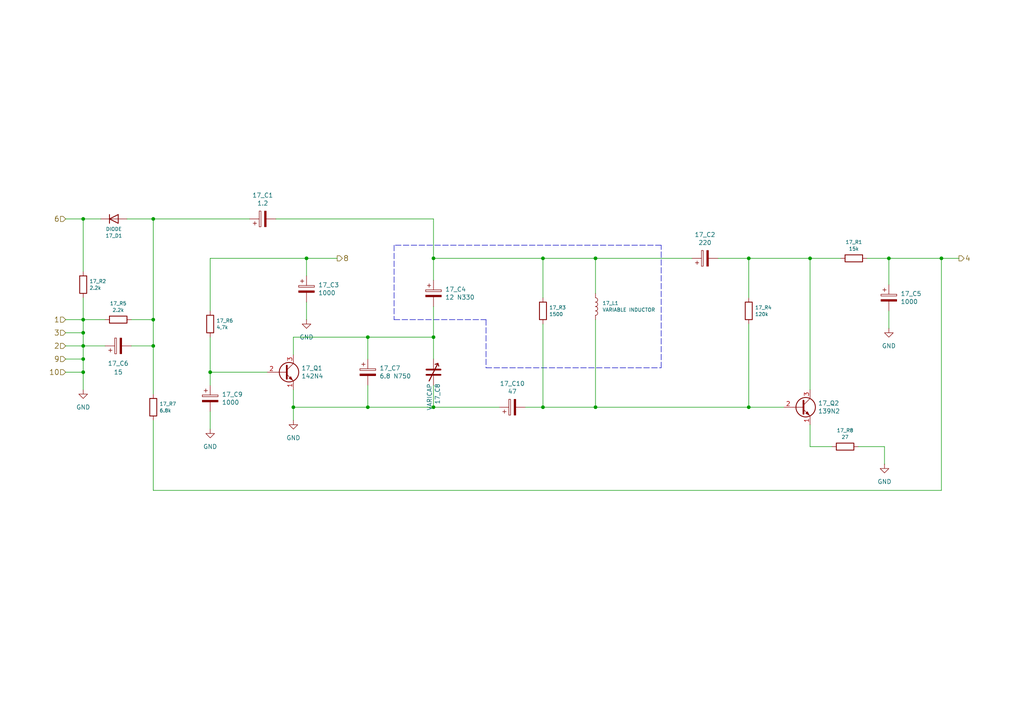
<source format=kicad_sch>
(kicad_sch (version 20250114) (generator "eeschema") (generator_version "9.0")
  (paper "A4")
  (lib_symbols
    (symbol "Device:C_Polarized" (pin_numbers (hide yes)) (pin_names (offset 0.254))
      (property "Reference" "C" (at 0.635 2.54 0))
      (property "Value" "C_Polarized" (at 0.635 -2.54 0))
      (symbol "C_Polarized_0_1"
        (rectangle (start -2.286 0.508) (end 2.286 1.016))
        (polyline (pts (xy -1.778 2.286) (xy -0.762 2.286)))
        (polyline (pts (xy -1.27 2.794) (xy -1.27 1.778)))
        (rectangle (start 2.286 -0.508) (end -2.286 -1.016) (fill (type outline)))
      )
      (symbol "C_Polarized_1_1"
        (pin passive line (at 0 3.81 270) (length 2.794) (name "~") (number "1"))
        (pin passive line (at 0 -3.81 90) (length 2.794) (name "~") (number "2"))
      )
    )
    (symbol "Device:C_Variable" (pin_numbers (hide yes)) (pin_names (offset 0.254) (hide yes))
      (property "Reference" "C" (at 0.635 -1.905 0))
      (property "Value" "C_Variable" (at 0.635 -3.81 0))
      (symbol "C_Variable_0_1"
        (polyline (pts (xy -2.032 0.762) (xy 2.032 0.762)) (stroke (width 0.508)))
        (polyline (pts (xy -2.032 -0.762) (xy 2.032 -0.762)) (stroke (width 0.508)))
        (polyline (pts (xy 1.27 2.54) (xy -1.27 -2.54)) (stroke (width 0.3048)))
        (polyline (pts (xy 1.27 2.54) (xy 0.508 2.286)) (stroke (width 0.3048)))
        (polyline (pts (xy 1.27 2.54) (xy 1.524 1.778)) (stroke (width 0.3048)))
      )
      (symbol "C_Variable_1_1"
        (pin passive line (at 0 3.81 270) (length 3.048) (name "~") (number "1"))
        (pin passive line (at 0 -3.81 90) (length 3.048) (name "~") (number "2"))
      )
    )
    (symbol "Device:D" (pin_numbers (hide yes)) (pin_names (offset 1.016) (hide yes))
      (property "Reference" "D" (at 0 2.54 0))
      (property "Value" "D" (at 0 -2.54 0))
      (symbol "D_0_1"
        (polyline (pts (xy -1.27 1.27) (xy -1.27 -1.27)) (stroke (width 0.254)))
        (polyline (pts (xy 1.27 1.27) (xy 1.27 -1.27) (xy -1.27 0) (xy 1.27 1.27)) (stroke (width 0.254)))
        (polyline (pts (xy 1.27 0) (xy -1.27 0)))
      )
      (symbol "D_1_1"
        (pin passive line (at -3.81 0 0) (length 2.54) (name "K") (number "1"))
        (pin passive line (at 3.81 0 180) (length 2.54) (name "A") (number "2"))
      )
    )
    (symbol "Device:L" (pin_numbers (hide yes)) (pin_names (offset 1.016) (hide yes))
      (property "Reference" "L" (at -1.27 0 90))
      (property "Value" "L" (at 1.905 0 90))
      (symbol "L_0_1"
        (arc (start 0 2.54) (mid 0.6323 1.905) (end 0 1.27))
        (arc (start 0 1.27) (mid 0.6323 0.635) (end 0 0))
        (arc (start 0 0) (mid 0.6323 -0.635) (end 0 -1.27))
        (arc (start 0 -1.27) (mid 0.6323 -1.905) (end 0 -2.54))
      )
      (symbol "L_1_1"
        (pin passive line (at 0 3.81 270) (length 1.27) (name "1") (number "1"))
        (pin passive line (at 0 -3.81 90) (length 1.27) (name "2") (number "2"))
      )
    )
    (symbol "Device:R" (pin_numbers (hide yes)) (pin_names (offset 0))
      (property "Reference" "R" (at 2.032 0 90))
      (property "Value" "R" (at 0 0 90))
      (symbol "R_0_1"
        (rectangle (start -1.016 -2.54) (end 1.016 2.54) (stroke (width 0.254)))
      )
      (symbol "R_1_1"
        (pin passive line (at 0 3.81 270) (length 1.27) (name "~") (number "1"))
        (pin passive line (at 0 -3.81 90) (length 1.27) (name "~") (number "2"))
      )
    )
    (symbol "Transistor_BJT:Q_NPN_EBC" (pin_names (offset 0) (hide yes))
      (property "Reference" "Q" (at 5.08 1.27 0))
      (property "Value" "Q_NPN_EBC" (at 5.08 -1.27 0))
      (symbol "Q_NPN_EBC_0_1"
        (polyline (pts (xy -2.54 0) (xy 0.635 0)))
        (polyline (pts (xy 0.635 1.905) (xy 0.635 -1.905)) (stroke (width 0.508)))
        (circle (center 1.27 0) (radius 2.8194) (stroke (width 0.254)))
      )
      (symbol "Q_NPN_EBC_1_1"
        (polyline (pts (xy 0.635 0.635) (xy 2.54 2.54)))
        (polyline (pts (xy 0.635 -0.635) (xy 2.54 -2.54)))
        (polyline (pts (xy 1.27 -1.778) (xy 1.778 -1.27) (xy 2.286 -2.286) (xy 1.27 -1.778)) (fill (type outline)))
        (pin input line (at -5.08 0 0) (length 2.54) (name "B") (number "2"))
        (pin passive line (at 2.54 5.08 270) (length 2.54) (name "C") (number "3"))
        (pin passive line (at 2.54 -5.08 90) (length 2.54) (name "E") (number "1"))
      )
    )
    (symbol "power:GND" (power) (pin_numbers (hide yes)) (pin_names (offset 0) (hide yes))
      (property "Value" "GND" (at 0 -3.81 0))
      (symbol "GND_0_1"
        (polyline (pts (xy 0 0) (xy 0 -1.27) (xy 1.27 -1.27) (xy 0 -2.54) (xy -1.27 -1.27) (xy 0 -1.27)))
      )
      (symbol "GND_1_1"
        (pin power_in line (at 0 0 270) (length 0) (name "~") (number "1"))
      )
    )
  )
  (junction (at 85.09 118.11))
  (junction (at 125.73 118.11))
  (junction (at 24.13 96.52))
  (junction (at 24.13 92.71))
  (junction (at 172.72 74.93))
  (junction (at 60.96 107.95))
  (junction (at 24.13 104.14))
  (junction (at 106.68 97.79))
  (junction (at 88.9 74.93))
  (junction (at 24.13 107.95))
  (junction (at 24.13 63.5))
  (junction (at 257.81 74.93))
  (junction (at 44.45 100.33))
  (junction (at 234.95 74.93))
  (junction (at 217.17 118.11))
  (junction (at 44.45 63.5))
  (junction (at 125.73 97.79))
  (junction (at 125.73 74.93))
  (junction (at 217.17 74.93))
  (junction (at 157.48 74.93))
  (junction (at 172.72 118.11))
  (junction (at 106.68 118.11))
  (junction (at 157.48 118.11))
  (junction (at 273.05 74.93))
  (junction (at 44.45 92.71))
  (junction (at 24.13 100.33))
  (wire (pts (xy 85.09 113.03) (xy 85.09 118.11)))
  (wire (pts (xy 106.68 111.76) (xy 106.68 118.11)))
  (wire (pts (xy 157.48 118.11) (xy 172.72 118.11)))
  (wire (pts (xy 60.96 74.93) (xy 60.96 90.17)))
  (wire (pts (xy 125.73 74.93) (xy 125.73 81.28)))
  (wire (pts (xy 125.73 63.5) (xy 125.73 74.93)))
  (wire (pts (xy 60.96 107.95) (xy 60.96 111.76)))
  (wire (pts (xy 125.73 88.9) (xy 125.73 97.79)))
  (wire (pts (xy 19.05 104.14) (xy 24.13 104.14)))
  (wire (pts (xy 217.17 93.98) (xy 217.17 118.11)))
  (wire (pts (xy 85.09 97.79) (xy 106.68 97.79)))
  (wire (pts (xy 273.05 74.93) (xy 278.13 74.93)))
  (wire (pts (xy 24.13 92.71) (xy 30.48 92.71)))
  (wire (pts (xy 257.81 74.93) (xy 257.81 82.55)))
  (wire (pts (xy 125.73 118.11) (xy 144.78 118.11)))
  (wire (pts (xy 44.45 121.92) (xy 44.45 142.24)))
  (wire (pts (xy 24.13 96.52) (xy 24.13 100.33)))
  (polyline (pts (xy 191.77 71.12) (xy 114.3 71.12)) (stroke (width 0) (type dash)))
  (wire (pts (xy 38.1 100.33) (xy 44.45 100.33)))
  (wire (pts (xy 125.73 97.79) (xy 125.73 104.14)))
  (wire (pts (xy 88.9 74.93) (xy 97.79 74.93)))
  (wire (pts (xy 24.13 104.14) (xy 24.13 107.95)))
  (wire (pts (xy 44.45 100.33) (xy 44.45 114.3)))
  (wire (pts (xy 157.48 93.98) (xy 157.48 118.11)))
  (wire (pts (xy 172.72 92.71) (xy 172.72 118.11)))
  (wire (pts (xy 234.95 123.19) (xy 234.95 129.54)))
  (wire (pts (xy 217.17 74.93) (xy 234.95 74.93)))
  (wire (pts (xy 88.9 74.93) (xy 88.9 80.01)))
  (wire (pts (xy 85.09 102.87) (xy 85.09 97.79)))
  (wire (pts (xy 234.95 129.54) (xy 241.3 129.54)))
  (wire (pts (xy 217.17 74.93) (xy 217.17 86.36)))
  (wire (pts (xy 19.05 107.95) (xy 24.13 107.95)))
  (polyline (pts (xy 191.77 106.68) (xy 191.77 71.12)) (stroke (width 0) (type dash)))
  (wire (pts (xy 24.13 107.95) (xy 24.13 113.03)))
  (polyline (pts (xy 140.97 106.68) (xy 191.77 106.68)) (stroke (width 0) (type dash)))
  (wire (pts (xy 60.96 74.93) (xy 88.9 74.93)))
  (wire (pts (xy 256.54 129.54) (xy 256.54 134.62)))
  (polyline (pts (xy 114.3 71.12) (xy 114.3 92.71)) (stroke (width 0) (type dash)))
  (wire (pts (xy 172.72 118.11) (xy 217.17 118.11)))
  (wire (pts (xy 88.9 87.63) (xy 88.9 92.71)))
  (wire (pts (xy 44.45 63.5) (xy 44.45 92.71)))
  (wire (pts (xy 80.01 63.5) (xy 125.73 63.5)))
  (wire (pts (xy 44.45 92.71) (xy 44.45 100.33)))
  (wire (pts (xy 24.13 63.5) (xy 29.21 63.5)))
  (wire (pts (xy 36.83 63.5) (xy 44.45 63.5)))
  (wire (pts (xy 85.09 118.11) (xy 106.68 118.11)))
  (wire (pts (xy 157.48 74.93) (xy 157.48 86.36)))
  (wire (pts (xy 152.4 118.11) (xy 157.48 118.11)))
  (wire (pts (xy 217.17 118.11) (xy 227.33 118.11)))
  (wire (pts (xy 172.72 74.93) (xy 172.72 85.09)))
  (wire (pts (xy 44.45 142.24) (xy 273.05 142.24)))
  (wire (pts (xy 19.05 96.52) (xy 24.13 96.52)))
  (wire (pts (xy 234.95 74.93) (xy 234.95 113.03)))
  (wire (pts (xy 172.72 74.93) (xy 200.66 74.93)))
  (wire (pts (xy 106.68 118.11) (xy 125.73 118.11)))
  (wire (pts (xy 19.05 92.71) (xy 24.13 92.71)))
  (wire (pts (xy 251.46 74.93) (xy 257.81 74.93)))
  (wire (pts (xy 38.1 92.71) (xy 44.45 92.71)))
  (wire (pts (xy 24.13 63.5) (xy 24.13 78.74)))
  (wire (pts (xy 248.92 129.54) (xy 256.54 129.54)))
  (wire (pts (xy 125.73 111.76) (xy 125.73 118.11)))
  (wire (pts (xy 24.13 100.33) (xy 30.48 100.33)))
  (polyline (pts (xy 114.3 92.71) (xy 140.97 92.71)) (stroke (width 0) (type dash)))
  (wire (pts (xy 106.68 97.79) (xy 106.68 104.14)))
  (wire (pts (xy 106.68 97.79) (xy 125.73 97.79)))
  (wire (pts (xy 60.96 97.79) (xy 60.96 107.95)))
  (wire (pts (xy 157.48 74.93) (xy 172.72 74.93)))
  (wire (pts (xy 257.81 74.93) (xy 273.05 74.93)))
  (wire (pts (xy 125.73 74.93) (xy 157.48 74.93)))
  (wire (pts (xy 19.05 63.5) (xy 24.13 63.5)))
  (wire (pts (xy 77.47 107.95) (xy 60.96 107.95)))
  (wire (pts (xy 60.96 119.38) (xy 60.96 124.46)))
  (wire (pts (xy 85.09 118.11) (xy 85.09 121.92)))
  (wire (pts (xy 257.81 90.17) (xy 257.81 95.25)))
  (wire (pts (xy 24.13 92.71) (xy 24.13 96.52)))
  (wire (pts (xy 24.13 100.33) (xy 24.13 104.14)))
  (wire (pts (xy 44.45 63.5) (xy 72.39 63.5)))
  (wire (pts (xy 234.95 74.93) (xy 243.84 74.93)))
  (polyline (pts (xy 140.97 92.71) (xy 140.97 106.68)) (stroke (width 0) (type dash)))
  (wire (pts (xy 24.13 86.36) (xy 24.13 92.71)))
  (wire (pts (xy 273.05 142.24) (xy 273.05 74.93)))
  (wire (pts (xy 19.05 100.33) (xy 24.13 100.33)))
  (wire (pts (xy 208.28 74.93) (xy 217.17 74.93)))
  (hierarchical_label "9" (shape input) (at 19.05 104.14 180) (effects (font (size 1.524 1.524))))
  (hierarchical_label "2" (shape input) (at 19.05 100.33 180) (effects (font (size 1.524 1.524))))
  (hierarchical_label "1" (shape input) (at 19.05 92.71 180) (effects (font (size 1.524 1.524))))
  (hierarchical_label "10" (shape input) (at 19.05 107.95 180) (effects (font (size 1.524 1.524))))
  (hierarchical_label "3" (shape input) (at 19.05 96.52 180) (effects (font (size 1.524 1.524))))
  (hierarchical_label "6" (shape input) (at 19.05 63.5 180) (effects (font (size 1.524 1.524))))
  (hierarchical_label "4" (shape output) (at 278.13 74.93 0) (effects (font (size 1.524 1.524))))
  (hierarchical_label "8" (shape output) (at 97.79 74.93 0) (effects (font (size 1.524 1.524))))
  (symbol (lib_id "Transistor_BJT:Q_NPN_EBC") (at 82.55 107.95 0) (unit 1)
    (property "Reference" "17_Q1" (at 87.4014 106.7816 0) (effects (justify left)))
    (property "Value" "142N4" (at 87.4014 109.093 0) (effects (justify left)))
    (property "Description" "NPN transistor, emitter/base/collector" (effects (hide yes)))
    (property "Sim.Device" "NPN" (effects (hide yes)))
    (property "Sim.Pins" "1=E 2=B 3=C" (effects (hide yes)))
  )
  (symbol (lib_id "Transistor_BJT:Q_NPN_EBC") (at 232.41 118.11 0) (unit 1)
    (property "Reference" "17_Q2" (at 237.2614 116.9416 0) (effects (justify left)))
    (property "Value" "139N2" (at 237.2614 119.253 0) (effects (justify left)))
    (property "Description" "NPN transistor, emitter/base/collector" (effects (hide yes)))
    (property "Sim.Device" "NPN" (effects (hide yes)))
    (property "Sim.Pins" "1=E 2=B 3=C" (effects (hide yes)))
  )
  (symbol (lib_id "Device:C_Polarized") (at 148.59 118.11 90) (unit 1)
    (property "Reference" "17_C10" (at 148.59 111.252 90))
    (property "Value" "47" (at 148.59 113.5634 90))
    (property "Description" "Polarized capacitor" (effects (hide yes)))
  )
  (symbol (lib_id "Device:C_Polarized") (at 106.68 107.95 0) (unit 1)
    (property "Reference" "17_C7" (at 110.0582 106.7816 0) (effects (justify left)))
    (property "Value" "6.8 N750" (at 110.0582 109.093 0) (effects (justify left)))
    (property "Description" "Polarized capacitor" (effects (hide yes)))
  )
  (symbol (lib_id "Device:C_Variable") (at 125.73 107.95 0) (unit 1)
    (property "Reference" "17_C8" (at 126.8984 111.2012 90) (effects (justify right)))
    (property "Value" "VARICAP" (at 124.587 111.2012 90) (effects (justify right)))
    (property "Description" "Variable capacitor" (effects (hide yes)))
  )
  (symbol (lib_id "Device:C_Polarized") (at 60.96 115.57 0) (unit 1)
    (property "Reference" "17_C9" (at 64.3382 114.4016 0) (effects (justify left)))
    (property "Value" "1000" (at 64.3382 116.713 0) (effects (justify left)))
    (property "Description" "Polarized capacitor" (effects (hide yes)))
  )
  (symbol (lib_id "Device:R") (at 60.96 93.98 0) (unit 1)
    (property "Reference" "17_R6" (at 62.7634 93.0148 0) (effects (font (size 1.016 1.016)) (justify left)))
    (property "Value" "4,7k" (at 62.7634 94.9452 0) (effects (font (size 1.016 1.016)) (justify left)))
    (property "Description" "Resistor" (effects (hide yes)))
  )
  (symbol (lib_id "Device:C_Polarized") (at 88.9 83.82 0) (unit 1)
    (property "Reference" "17_C3" (at 92.2782 82.6516 0) (effects (justify left)))
    (property "Value" "1000" (at 92.2782 84.963 0) (effects (justify left)))
    (property "Description" "Polarized capacitor" (effects (hide yes)))
  )
  (symbol (lib_id "Device:C_Polarized") (at 125.73 85.09 0) (unit 1)
    (property "Reference" "17_C4" (at 129.1082 83.9216 0) (effects (justify left)))
    (property "Value" "12 N330" (at 129.1082 86.233 0) (effects (justify left)))
    (property "Description" "Polarized capacitor" (effects (hide yes)))
  )
  (symbol (lib_id "Device:C_Polarized") (at 76.2 63.5 90) (unit 1)
    (property "Reference" "17_C1" (at 76.2 56.642 90))
    (property "Value" "1.2" (at 76.2 58.9534 90))
    (property "Description" "Polarized capacitor" (effects (hide yes)))
  )
  (symbol (lib_id "Device:R") (at 157.48 90.17 0) (unit 1)
    (property "Reference" "17_R3" (at 159.2834 89.2048 0) (effects (font (size 1.016 1.016)) (justify left)))
    (property "Value" "1500" (at 159.2834 91.1352 0) (effects (font (size 1.016 1.016)) (justify left)))
    (property "Description" "Resistor" (effects (hide yes)))
  )
  (symbol (lib_id "Device:L") (at 172.72 88.9 0) (unit 1)
    (property "Reference" "17_L1" (at 174.7266 87.9348 0) (effects (font (size 1.016 1.016)) (justify left)))
    (property "Value" "VARIABLE INDUCTOR" (at 174.7266 89.8652 0) (effects (font (size 1.016 1.016)) (justify left)))
    (property "Description" "Inductor" (effects (hide yes)))
  )
  (symbol (lib_id "Device:C_Polarized") (at 204.47 74.93 90) (unit 1)
    (property "Reference" "17_C2" (at 204.47 68.072 90))
    (property "Value" "220" (at 204.47 70.3834 90))
    (property "Description" "Polarized capacitor" (effects (hide yes)))
  )
  (symbol (lib_id "Device:R") (at 217.17 90.17 0) (unit 1)
    (property "Reference" "17_R4" (at 218.9734 89.2048 0) (effects (font (size 1.016 1.016)) (justify left)))
    (property "Value" "120k" (at 218.9734 91.1352 0) (effects (font (size 1.016 1.016)) (justify left)))
    (property "Description" "Resistor" (effects (hide yes)))
  )
  (symbol (lib_id "Device:R") (at 245.11 129.54 270) (unit 1)
    (property "Reference" "17_R8" (at 245.11 124.841 90) (effects (font (size 1.016 1.016))))
    (property "Value" "27" (at 245.11 126.7714 90) (effects (font (size 1.016 1.016))))
    (property "Description" "Resistor" (effects (hide yes)))
  )
  (symbol (lib_id "Device:R") (at 247.65 74.93 270) (unit 1)
    (property "Reference" "17_R1" (at 247.65 70.231 90) (effects (font (size 1.016 1.016))))
    (property "Value" "15k" (at 247.65 72.1614 90) (effects (font (size 1.016 1.016))))
    (property "Description" "Resistor" (effects (hide yes)))
  )
  (symbol (lib_id "Device:C_Polarized") (at 257.81 86.36 0) (unit 1)
    (property "Reference" "17_C5" (at 261.1882 85.1916 0) (effects (justify left)))
    (property "Value" "1000" (at 261.1882 87.503 0) (effects (justify left)))
    (property "Description" "Polarized capacitor" (effects (hide yes)))
  )
  (symbol (lib_id "Device:R") (at 44.45 118.11 0) (unit 1)
    (property "Reference" "17_R7" (at 46.2534 117.1448 0) (effects (font (size 1.016 1.016)) (justify left)))
    (property "Value" "6.8k" (at 46.2534 119.0752 0) (effects (font (size 1.016 1.016)) (justify left)))
    (property "Description" "Resistor" (effects (hide yes)))
  )
  (symbol (lib_id "Device:C_Polarized") (at 34.29 100.33 90) (unit 1)
    (property "Reference" "17_C6" (at 34.29 105.41 90))
    (property "Value" "15" (at 34.29 107.95 90))
    (property "Description" "Polarized capacitor" (effects (hide yes)))
  )
  (symbol (lib_id "Device:R") (at 34.29 92.71 270) (unit 1)
    (property "Reference" "17_R5" (at 34.29 88.011 90) (effects (font (size 1.016 1.016))))
    (property "Value" "2.2k" (at 34.29 89.9414 90) (effects (font (size 1.016 1.016))))
    (property "Description" "Resistor" (effects (hide yes)))
  )
  (symbol (lib_id "Device:R") (at 24.13 82.55 180) (unit 1)
    (property "Reference" "17_R2" (at 25.9334 81.5848 0) (effects (font (size 1.016 1.016)) (justify right)))
    (property "Value" "2.2k" (at 25.9334 83.5152 0) (effects (font (size 1.016 1.016)) (justify right)))
    (property "Description" "Resistor" (effects (hide yes)))
  )
  (symbol (lib_id "Device:D") (at 33.02 63.5 0) (unit 1)
    (property "Reference" "17_D1" (at 33.02 68.3768 0) (effects (font (size 1.016 1.016))))
    (property "Value" "DIODE" (at 33.02 66.4464 0) (effects (font (size 1.016 1.016))))
    (property "Description" "Diode" (effects (hide yes)))
    (property "Sim.Device" "D" (effects (hide yes)))
    (property "Sim.Pins" "1=K 2=A" (effects (hide yes)))
  )
  (symbol (lib_id "power:GND") (at 85.09 121.92 0) (unit 1)
    (property "Reference" "#PWR01202" (effects (hide yes)))
    (property "Value" "GND" (at 85.09 127 0))
    (property "Description" "Power symbol creates a global label with name \"GND\" , ground" (effects (hide yes)))
  )
  (symbol (lib_id "power:GND") (at 60.96 124.46 0) (unit 1)
    (property "Reference" "#PWR01203" (effects (hide yes)))
    (property "Value" "GND" (at 60.96 129.54 0))
    (property "Description" "Power symbol creates a global label with name \"GND\" , ground" (effects (hide yes)))
  )
  (symbol (lib_id "power:GND") (at 257.81 95.25 0) (unit 1)
    (property "Reference" "#PWR01206" (effects (hide yes)))
    (property "Value" "GND" (at 257.81 100.33 0))
    (property "Description" "Power symbol creates a global label with name \"GND\" , ground" (effects (hide yes)))
  )
  (symbol (lib_id "power:GND") (at 256.54 134.62 0) (unit 1)
    (property "Reference" "#PWR01205" (effects (hide yes)))
    (property "Value" "GND" (at 256.54 139.7 0))
    (property "Description" "Power symbol creates a global label with name \"GND\" , ground" (effects (hide yes)))
  )
  (symbol (lib_id "power:GND") (at 24.13 113.03 0) (unit 1)
    (property "Reference" "#PWR01204" (effects (hide yes)))
    (property "Value" "GND" (at 24.13 118.11 0))
    (property "Description" "Power symbol creates a global label with name \"GND\" , ground" (effects (hide yes)))
  )
  (symbol (lib_id "power:GND") (at 88.9 92.71 0) (unit 1)
    (property "Reference" "#PWR01201" (effects (hide yes)))
    (property "Value" "GND" (at 88.9 97.79 0))
    (property "Description" "Power symbol creates a global label with name \"GND\" , ground" (effects (hide yes)))
  )
)
</source>
